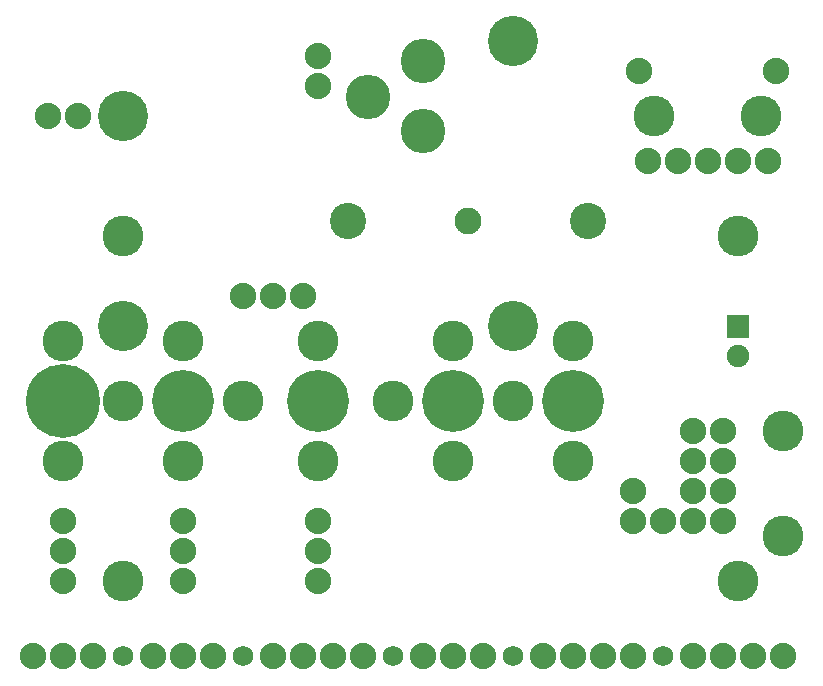
<source format=gbs>
G04 MADE WITH FRITZING*
G04 WWW.FRITZING.ORG*
G04 DOUBLE SIDED*
G04 HOLES PLATED*
G04 CONTOUR ON CENTER OF CONTOUR VECTOR*
%ASAXBY*%
%FSLAX23Y23*%
%MOIN*%
%OFA0B0*%
%SFA1.0B1.0*%
%ADD10C,0.075000*%
%ADD11C,0.167480*%
%ADD12C,0.135984*%
%ADD13C,0.069055*%
%ADD14C,0.088000*%
%ADD15C,0.089370*%
%ADD16C,0.120866*%
%ADD17C,0.148425*%
%ADD18C,0.206850*%
%ADD19C,0.246220*%
%ADD20R,0.001000X0.001000*%
%LNMASK0*%
G90*
G70*
G54D10*
X2428Y1072D03*
X2428Y1172D03*
G54D11*
X1678Y2122D03*
X378Y1872D03*
X1678Y1172D03*
X378Y1172D03*
G54D12*
X2578Y822D03*
X2150Y1872D03*
X2506Y1872D03*
X378Y1472D03*
X178Y1122D03*
X1278Y922D03*
X778Y922D03*
X1678Y922D03*
X378Y922D03*
X578Y1122D03*
X178Y722D03*
X578Y722D03*
X1028Y1122D03*
X1028Y722D03*
X1478Y1122D03*
X1478Y722D03*
X1878Y1122D03*
X1878Y722D03*
X2428Y1472D03*
X2428Y322D03*
X378Y322D03*
X2578Y472D03*
G54D13*
X2178Y72D03*
X1678Y72D03*
X1278Y72D03*
X778Y72D03*
X378Y72D03*
G54D14*
X2178Y522D03*
X2078Y622D03*
X2078Y522D03*
X2378Y522D03*
X2378Y622D03*
X2378Y722D03*
X2378Y822D03*
X2278Y522D03*
X2278Y622D03*
X2278Y722D03*
X2278Y822D03*
G54D15*
X1528Y1522D03*
G54D16*
X1128Y1522D03*
X1928Y1522D03*
G54D14*
X2578Y72D03*
X2478Y72D03*
X2378Y72D03*
X2278Y72D03*
X2078Y72D03*
X1978Y72D03*
X1878Y72D03*
X1778Y72D03*
X1178Y72D03*
X1078Y72D03*
X978Y72D03*
X878Y72D03*
X1578Y72D03*
X1478Y72D03*
X1378Y72D03*
X678Y72D03*
X578Y72D03*
X478Y72D03*
X578Y522D03*
X578Y422D03*
X578Y322D03*
X1028Y522D03*
X1028Y422D03*
X1028Y322D03*
X178Y522D03*
X178Y422D03*
X178Y322D03*
X1028Y1972D03*
X1028Y2072D03*
X228Y1872D03*
X128Y1872D03*
G54D17*
X1194Y1937D03*
X1378Y1822D03*
X1378Y2056D03*
G54D14*
X978Y1272D03*
X878Y1272D03*
X778Y1272D03*
X2528Y1722D03*
X2428Y1722D03*
X2328Y1722D03*
X2228Y1722D03*
X2128Y1722D03*
X2556Y2022D03*
X2100Y2022D03*
X278Y72D03*
X178Y72D03*
X78Y72D03*
G54D18*
X1878Y922D03*
X1478Y922D03*
X1028Y922D03*
X578Y922D03*
G54D19*
X178Y922D03*
G54D20*
X2391Y1209D02*
X2464Y1209D01*
X2391Y1208D02*
X2465Y1208D01*
X2391Y1207D02*
X2465Y1207D01*
X2391Y1206D02*
X2465Y1206D01*
X2391Y1205D02*
X2465Y1205D01*
X2391Y1204D02*
X2465Y1204D01*
X2391Y1203D02*
X2465Y1203D01*
X2391Y1202D02*
X2465Y1202D01*
X2391Y1201D02*
X2465Y1201D01*
X2391Y1200D02*
X2465Y1200D01*
X2391Y1199D02*
X2465Y1199D01*
X2391Y1198D02*
X2465Y1198D01*
X2391Y1197D02*
X2465Y1197D01*
X2391Y1196D02*
X2465Y1196D01*
X2391Y1195D02*
X2465Y1195D01*
X2391Y1194D02*
X2465Y1194D01*
X2391Y1193D02*
X2465Y1193D01*
X2391Y1192D02*
X2465Y1192D01*
X2391Y1191D02*
X2465Y1191D01*
X2391Y1190D02*
X2465Y1190D01*
X2391Y1189D02*
X2465Y1189D01*
X2391Y1188D02*
X2465Y1188D01*
X2391Y1187D02*
X2465Y1187D01*
X2391Y1186D02*
X2465Y1186D01*
X2391Y1185D02*
X2465Y1185D01*
X2391Y1184D02*
X2465Y1184D01*
X2391Y1183D02*
X2465Y1183D01*
X2391Y1182D02*
X2465Y1182D01*
X2391Y1181D02*
X2465Y1181D01*
X2391Y1180D02*
X2423Y1180D01*
X2432Y1180D02*
X2465Y1180D01*
X2391Y1179D02*
X2422Y1179D01*
X2433Y1179D02*
X2465Y1179D01*
X2391Y1178D02*
X2421Y1178D01*
X2434Y1178D02*
X2465Y1178D01*
X2391Y1177D02*
X2420Y1177D01*
X2435Y1177D02*
X2465Y1177D01*
X2391Y1176D02*
X2419Y1176D01*
X2436Y1176D02*
X2465Y1176D01*
X2391Y1175D02*
X2419Y1175D01*
X2436Y1175D02*
X2465Y1175D01*
X2391Y1174D02*
X2418Y1174D01*
X2437Y1174D02*
X2465Y1174D01*
X2391Y1173D02*
X2418Y1173D01*
X2437Y1173D02*
X2465Y1173D01*
X2391Y1172D02*
X2418Y1172D01*
X2437Y1172D02*
X2465Y1172D01*
X2391Y1171D02*
X2418Y1171D01*
X2437Y1171D02*
X2465Y1171D01*
X2391Y1170D02*
X2418Y1170D01*
X2437Y1170D02*
X2465Y1170D01*
X2391Y1169D02*
X2419Y1169D01*
X2436Y1169D02*
X2465Y1169D01*
X2391Y1168D02*
X2419Y1168D01*
X2436Y1168D02*
X2465Y1168D01*
X2391Y1167D02*
X2420Y1167D01*
X2435Y1167D02*
X2465Y1167D01*
X2391Y1166D02*
X2420Y1166D01*
X2435Y1166D02*
X2465Y1166D01*
X2391Y1165D02*
X2421Y1165D01*
X2434Y1165D02*
X2465Y1165D01*
X2391Y1164D02*
X2423Y1164D01*
X2432Y1164D02*
X2465Y1164D01*
X2391Y1163D02*
X2465Y1163D01*
X2391Y1162D02*
X2465Y1162D01*
X2391Y1161D02*
X2465Y1161D01*
X2391Y1160D02*
X2465Y1160D01*
X2391Y1159D02*
X2465Y1159D01*
X2391Y1158D02*
X2465Y1158D01*
X2391Y1157D02*
X2465Y1157D01*
X2391Y1156D02*
X2465Y1156D01*
X2391Y1155D02*
X2465Y1155D01*
X2391Y1154D02*
X2465Y1154D01*
X2391Y1153D02*
X2465Y1153D01*
X2391Y1152D02*
X2465Y1152D01*
X2391Y1151D02*
X2465Y1151D01*
X2391Y1150D02*
X2465Y1150D01*
X2391Y1149D02*
X2465Y1149D01*
X2391Y1148D02*
X2465Y1148D01*
X2391Y1147D02*
X2465Y1147D01*
X2391Y1146D02*
X2465Y1146D01*
X2391Y1145D02*
X2465Y1145D01*
X2391Y1144D02*
X2465Y1144D01*
X2391Y1143D02*
X2465Y1143D01*
X2391Y1142D02*
X2465Y1142D01*
X2391Y1141D02*
X2465Y1141D01*
X2391Y1140D02*
X2465Y1140D01*
X2391Y1139D02*
X2465Y1139D01*
X2391Y1138D02*
X2465Y1138D01*
X2391Y1137D02*
X2465Y1137D01*
X2391Y1136D02*
X2465Y1136D01*
X2391Y1135D02*
X2465Y1135D01*
D02*
G04 End of Mask0*
M02*
</source>
